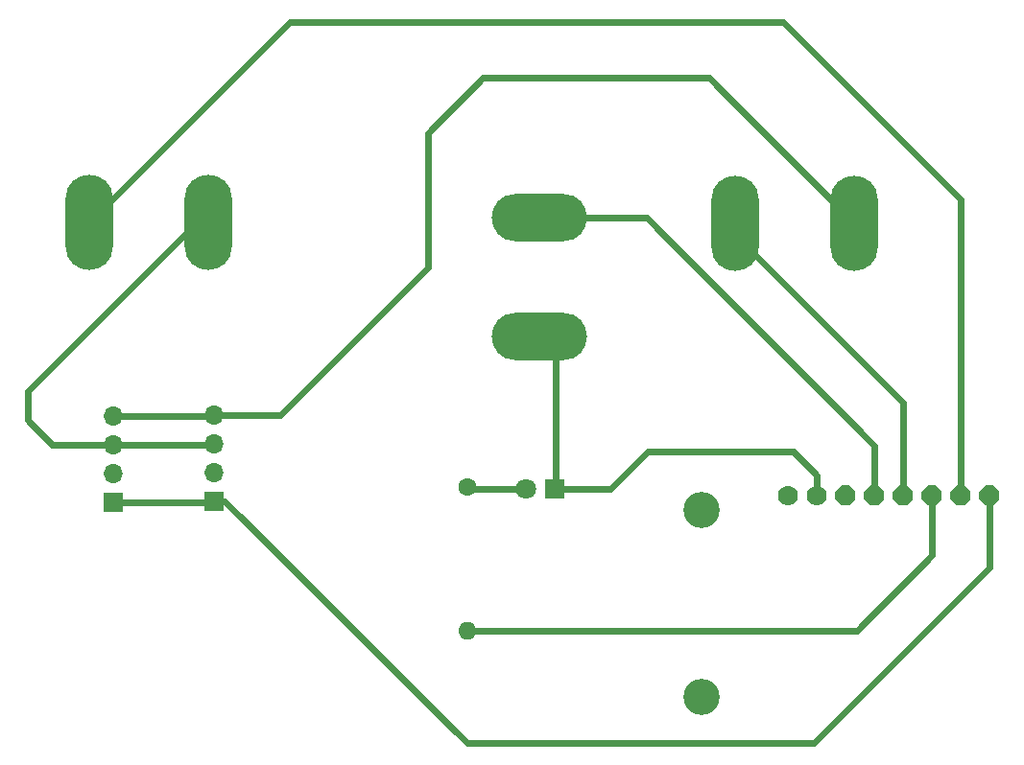
<source format=gbr>
%TF.GenerationSoftware,KiCad,Pcbnew,8.0.3*%
%TF.CreationDate,2024-10-14T14:02:15-04:00*%
%TF.ProjectId,ArmorPanel,41726d6f-7250-4616-9e65-6c2e6b696361,rev?*%
%TF.SameCoordinates,Original*%
%TF.FileFunction,Copper,L2,Bot*%
%TF.FilePolarity,Positive*%
%FSLAX46Y46*%
G04 Gerber Fmt 4.6, Leading zero omitted, Abs format (unit mm)*
G04 Created by KiCad (PCBNEW 8.0.3) date 2024-10-14 14:02:15*
%MOMM*%
%LPD*%
G01*
G04 APERTURE LIST*
G04 Aperture macros list*
%AMOutline5P*
0 Free polygon, 5 corners , with rotation*
0 The origin of the aperture is its center*
0 number of corners: always 5*
0 $1 to $10 corner X, Y*
0 $11 Rotation angle, in degrees counterclockwise*
0 create outline with 5 corners*
4,1,5,$1,$2,$3,$4,$5,$6,$7,$8,$9,$10,$1,$2,$11*%
%AMOutline6P*
0 Free polygon, 6 corners , with rotation*
0 The origin of the aperture is its center*
0 number of corners: always 6*
0 $1 to $12 corner X, Y*
0 $13 Rotation angle, in degrees counterclockwise*
0 create outline with 6 corners*
4,1,6,$1,$2,$3,$4,$5,$6,$7,$8,$9,$10,$11,$12,$1,$2,$13*%
%AMOutline7P*
0 Free polygon, 7 corners , with rotation*
0 The origin of the aperture is its center*
0 number of corners: always 7*
0 $1 to $14 corner X, Y*
0 $15 Rotation angle, in degrees counterclockwise*
0 create outline with 7 corners*
4,1,7,$1,$2,$3,$4,$5,$6,$7,$8,$9,$10,$11,$12,$13,$14,$1,$2,$15*%
%AMOutline8P*
0 Free polygon, 8 corners , with rotation*
0 The origin of the aperture is its center*
0 number of corners: always 8*
0 $1 to $16 corner X, Y*
0 $17 Rotation angle, in degrees counterclockwise*
0 create outline with 8 corners*
4,1,8,$1,$2,$3,$4,$5,$6,$7,$8,$9,$10,$11,$12,$13,$14,$15,$16,$1,$2,$17*%
G04 Aperture macros list end*
%TA.AperFunction,ComponentPad*%
%ADD10R,1.800000X1.800000*%
%TD*%
%TA.AperFunction,ComponentPad*%
%ADD11C,1.800000*%
%TD*%
%TA.AperFunction,ComponentPad*%
%ADD12O,4.200000X8.400000*%
%TD*%
%TA.AperFunction,ComponentPad*%
%ADD13C,1.600000*%
%TD*%
%TA.AperFunction,ComponentPad*%
%ADD14O,1.600000X1.600000*%
%TD*%
%TA.AperFunction,ComponentPad*%
%ADD15Outline8P,-0.889000X0.368236X-0.368236X0.889000X0.368236X0.889000X0.889000X0.368236X0.889000X-0.368236X0.368236X-0.889000X-0.368236X-0.889000X-0.889000X-0.368236X90.000000*%
%TD*%
%TA.AperFunction,ComponentPad*%
%ADD16C,3.200000*%
%TD*%
%TA.AperFunction,ComponentPad*%
%ADD17R,1.700000X1.700000*%
%TD*%
%TA.AperFunction,ComponentPad*%
%ADD18O,1.700000X1.700000*%
%TD*%
%TA.AperFunction,ComponentPad*%
%ADD19C,1.778000*%
%TD*%
%TA.AperFunction,ComponentPad*%
%ADD20O,8.400000X4.200000*%
%TD*%
%TA.AperFunction,Conductor*%
%ADD21C,0.600000*%
%TD*%
G04 APERTURE END LIST*
D10*
%TO.P,D1,1,K*%
%TO.N,/GND*%
X152790000Y-83175000D03*
D11*
%TO.P,D1,2,A*%
%TO.N,Net-(D1-A)*%
X150250000Y-83175000D03*
%TD*%
D12*
%TO.P,SW_RED1,1,A*%
%TO.N,/GND*%
X111675000Y-59575000D03*
%TO.P,SW_RED1,2,B*%
%TO.N,/LEDR*%
X122175000Y-59575000D03*
%TD*%
D13*
%TO.P,R1,1*%
%TO.N,Net-(D1-A)*%
X145075000Y-82950000D03*
D14*
%TO.P,R1,2*%
%TO.N,/LB*%
X145075000Y-95650000D03*
%TD*%
D15*
%TO.P,JP1,1*%
%TO.N,N/C*%
X178445000Y-83780000D03*
%TO.P,JP1,2*%
%TO.N,/EN*%
X180985000Y-83780000D03*
%TO.P,JP1,3*%
%TO.N,/GND*%
X183525000Y-83780000D03*
%TO.P,JP1,4*%
%TO.N,/LB*%
X186065000Y-83780000D03*
%TO.P,JP1,5*%
%TO.N,/GND*%
X188605000Y-83780000D03*
%TO.P,JP1,6*%
%TO.N,/5V*%
X191145000Y-83780000D03*
%TD*%
D16*
%TO.P,U$12,P$1*%
%TO.N,N/C*%
X165745000Y-101560000D03*
%TD*%
D17*
%TO.P,LEDR1,1,Pin_1*%
%TO.N,/5V*%
X113800000Y-84315000D03*
D18*
%TO.P,LEDR1,2,Pin_2*%
%TO.N,N/C*%
X113800000Y-81775000D03*
%TO.P,LEDR1,3,Pin_3*%
%TO.N,/LEDR*%
X113800000Y-79235000D03*
%TO.P,LEDR1,4,Pin_4*%
%TO.N,/LEDB*%
X113800000Y-76695000D03*
%TD*%
D19*
%TO.P,JP2,1*%
%TO.N,N/C*%
X173365000Y-83780000D03*
%TO.P,JP2,2*%
%TO.N,/GND*%
X175905000Y-83780000D03*
%TD*%
D17*
%TO.P,LEDL1,1,Pin_1*%
%TO.N,/5V*%
X122725000Y-84215000D03*
D18*
%TO.P,LEDL1,2,Pin_2*%
%TO.N,N/C*%
X122725000Y-81675000D03*
%TO.P,LEDL1,3,Pin_3*%
%TO.N,/LEDR*%
X122725000Y-79135000D03*
%TO.P,LEDL1,4,Pin_4*%
%TO.N,/LEDB*%
X122725000Y-76595000D03*
%TD*%
D20*
%TO.P,SW_EN1,1,A*%
%TO.N,/GND*%
X151375000Y-69725000D03*
%TO.P,SW_EN1,2,B*%
%TO.N,/EN*%
X151375000Y-59225000D03*
%TD*%
D16*
%TO.P,U$10,P$1*%
%TO.N,N/C*%
X165745000Y-85050000D03*
%TD*%
D12*
%TO.P,SW_BLUE1,1,A*%
%TO.N,/GND*%
X168700000Y-59700000D03*
%TO.P,SW_BLUE1,2,B*%
%TO.N,/LEDB*%
X179200000Y-59700000D03*
%TD*%
D21*
%TO.N,/LB*%
X179400000Y-95650000D02*
X186065000Y-88985000D01*
X186065000Y-88985000D02*
X186065000Y-83780000D01*
X145075000Y-95650000D02*
X179400000Y-95650000D01*
%TO.N,/5V*%
X123603299Y-84215000D02*
X122725000Y-84215000D01*
X145013299Y-105625000D02*
X123603299Y-84215000D01*
X191145000Y-90080000D02*
X175600000Y-105625000D01*
X191145000Y-83780000D02*
X191145000Y-90080000D01*
X175600000Y-105625000D02*
X145013299Y-105625000D01*
%TO.N,/EN*%
X180985000Y-79335000D02*
X180985000Y-83780000D01*
X151375000Y-59225000D02*
X160875000Y-59225000D01*
X160875000Y-59225000D02*
X180985000Y-79335000D01*
%TO.N,/GND*%
X152875000Y-71225000D02*
X152875000Y-83090000D01*
X151375000Y-69725000D02*
X152875000Y-71225000D01*
X152875000Y-83090000D02*
X152790000Y-83175000D01*
%TO.N,/LEDR*%
X106275000Y-74500000D02*
X121200000Y-59575000D01*
X106275000Y-77075000D02*
X106275000Y-74500000D01*
X108435000Y-79235000D02*
X106275000Y-77075000D01*
X121200000Y-59575000D02*
X122175000Y-59575000D01*
X113800000Y-79235000D02*
X108435000Y-79235000D01*
%TO.N,/GND*%
X157675000Y-83175000D02*
X161000000Y-79850000D01*
X183525000Y-75525000D02*
X183525000Y-83780000D01*
X129350000Y-41900000D02*
X172950000Y-41900000D01*
X168700000Y-59700000D02*
X168700000Y-60700000D01*
X111675000Y-59575000D02*
X129350000Y-41900000D01*
X168700000Y-60700000D02*
X183525000Y-75525000D01*
X161000000Y-79850000D02*
X173800000Y-79850000D01*
X172950000Y-41900000D02*
X188605000Y-57555000D01*
X175905000Y-81955000D02*
X175905000Y-83780000D01*
X188605000Y-57555000D02*
X188605000Y-83780000D01*
X173800000Y-79850000D02*
X175905000Y-81955000D01*
X152790000Y-83175000D02*
X157675000Y-83175000D01*
%TO.N,Net-(D1-A)*%
X145300000Y-83175000D02*
X145075000Y-82950000D01*
X150250000Y-83175000D02*
X145300000Y-83175000D01*
%TO.N,/LEDB*%
X113800000Y-76695000D02*
X122625000Y-76695000D01*
X141550000Y-63600000D02*
X141550000Y-51725000D01*
X122725000Y-76595000D02*
X128555000Y-76595000D01*
X146425000Y-46850000D02*
X166350000Y-46850000D01*
X122625000Y-76695000D02*
X122725000Y-76595000D01*
X128555000Y-76595000D02*
X141550000Y-63600000D01*
X141550000Y-51725000D02*
X146425000Y-46850000D01*
X166350000Y-46850000D02*
X179200000Y-59700000D01*
%TO.N,/5V*%
X113800000Y-84315000D02*
X122625000Y-84315000D01*
X122625000Y-84315000D02*
X122725000Y-84215000D01*
%TO.N,/LEDR*%
X122175000Y-59575000D02*
X122175000Y-61875000D01*
X113800000Y-79235000D02*
X122625000Y-79235000D01*
X122625000Y-79235000D02*
X122725000Y-79135000D01*
%TD*%
M02*

</source>
